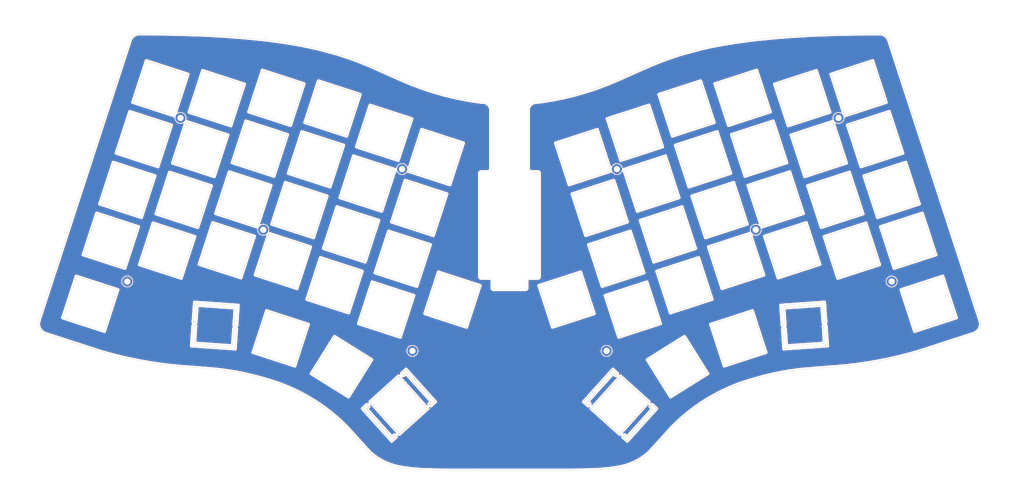
<source format=kicad_pcb>
(kicad_pcb (version 20211014) (generator pcbnew)
  (layers (0 "F.Cu" signal) (31 "B.Cu" signal) (34 "B.Paste" user) (35 "F.Paste" user) (36 "B.SilkS" user "B.Silkscreen") (37 "F.SilkS" user "F.Silkscreen") (38 "B.Mask" user) (39 "F.Mask" user) (44 "Edge.Cuts" user))
  (net 0 "")
  (net 1 "GND")
  (footprint "" (layer "F.Cu") (at 94.673566 123.775015)
    (fp_text reference "" (at 0 0) (layer "F.SilkS") (effects (font (size 1.27 1.27))))
    (fp_text value "" (at 0 0) (layer "F.SilkS") (effects (font (size 1.27 1.27))))
    (pad "" thru_hole circle locked (at 0 0 90) (size 3.2 3.2) (drill 2) (layers F&B.Cu *.Mask "Dwgs.User") (clearance 0.3))
  )
  (footprint "" (layer "F.Cu") (at 111.578153 71.748037)
    (fp_text reference "" (at 0 0) (layer "F.SilkS") (effects (font (size 1.27 1.27))))
    (fp_text value "" (at 0 0) (layer "F.SilkS") (effects (font (size 1.27 1.27))))
    (pad "" thru_hole circle locked (at 0 0 90) (size 3.2 3.2) (drill 2) (layers F&B.Cu *.Mask "Dwgs.User") (clearance 0.3))
  )
  (footprint "" (layer "F.Cu") (at 246.970277 145.85677)
    (fp_text reference "" (at 0 0) (layer "F.SilkS") (effects (font (size 1.27 1.27))))
    (fp_text value "" (at 0 0) (layer "F.SilkS") (effects (font (size 1.27 1.27))))
    (pad "" thru_hole circle locked (at 0 0 90) (size 3.2 3.2) (drill 2) (layers F&B.Cu *.Mask "Dwgs.User") (clearance 0.3))
  )
  (footprint "" (layer "F.Cu") (at 250.255544 88.010361)
    (fp_text reference "" (at 0 0) (layer "F.SilkS") (effects (font (size 1.27 1.27))))
    (fp_text value "" (at 0 0) (layer "F.SilkS") (effects (font (size 1.27 1.27))))
    (pad "" thru_hole circle locked (at 0 0 90) (size 3.2 3.2) (drill 2) (layers F&B.Cu *.Mask "Dwgs.User") (clearance 0.3))
  )
  (footprint "" (layer "F.Cu") (at 137.873092 107.318988)
    (fp_text reference "" (at 0 0) (layer "F.SilkS") (effects (font (size 1.27 1.27))))
    (fp_text value "" (at 0 0) (layer "F.SilkS") (effects (font (size 1.27 1.27))))
    (pad "" thru_hole circle locked (at 0 0 90) (size 3.2 3.2) (drill 2) (layers F&B.Cu *.Mask "Dwgs.User") (clearance 0.3))
  )
  (footprint "" (layer "F.Cu") (at 185.28494 145.856198)
    (fp_text reference "" (at 0 0) (layer "F.SilkS") (effects (font (size 1.27 1.27))))
    (fp_text value "" (at 0 0) (layer "F.SilkS") (effects (font (size 1.27 1.27))))
    (pad "" thru_hole circle locked (at 0 0 90) (size 3.2 3.2) (drill 2) (layers F&B.Cu *.Mask "Dwgs.User") (clearance 0.3))
  )
  (footprint "" (layer "F.Cu") (at 320.677064 71.748608)
    (fp_text reference "" (at 0 0) (layer "F.SilkS") (effects (font (size 1.27 1.27))))
    (fp_text value "" (at 0 0) (layer "F.SilkS") (effects (font (size 1.27 1.27))))
    (pad "" thru_hole circle locked (at 0 0 90) (size 3.2 3.2) (drill 2) (layers F&B.Cu *.Mask "Dwgs.User") (clearance 0.3))
  )
  (footprint "" (layer "F.Cu") (at 294.382124 107.319558)
    (fp_text reference "" (at 0 0) (layer "F.SilkS") (effects (font (size 1.27 1.27))))
    (fp_text value "" (at 0 0) (layer "F.SilkS") (effects (font (size 1.27 1.27))))
    (pad "" thru_hole circle locked (at 0 0 90) (size 3.2 3.2) (drill 2) (layers F&B.Cu *.Mask "Dwgs.User") (clearance 0.3))
  )
  (footprint "" (layer "F.Cu") (at 181.999669 88.009791)
    (fp_text reference "" (at 0 0) (layer "F.SilkS") (effects (font (size 1.27 1.27))))
    (fp_text value "" (at 0 0) (layer "F.SilkS") (effects (font (size 1.27 1.27))))
    (pad "" thru_hole circle locked (at 0 0 90) (size 3.2 3.2) (drill 2) (layers F&B.Cu *.Mask "Dwgs.User") (clearance 0.3))
  )
  (footprint "" (layer "F.Cu") (at 337.58165 123.775584)
    (fp_text reference "" (at 0 0) (layer "F.SilkS") (effects (font (size 1.27 1.27))))
    (fp_text value "" (at 0 0) (layer "F.SilkS") (effects (font (size 1.27 1.27))))
    (pad "" thru_hole circle locked (at 0 0 90) (size 3.2 3.2) (drill 2) (layers F&B.Cu *.Mask "Dwgs.User") (clearance 0.3))
  )
  (gr_line (start 155.380379 59.909234) (end 151.054142 73.224027) (layer "Edge.Cuts") (width 0.1))
  (gr_line (start 297.14516 109.351167) (end 301.471396 122.66596) (layer "Edge.Cuts") (width 0.1))
  (gr_line (start 299.953371 72.689008) (end 286.638583 77.015243) (layer "Edge.Cuts") (width 0.1))
  (gr_line (start 274.237519 50.559606) (end 277.00638 49.822649) (layer "Edge.Cuts") (width 0.099999))
  (gr_line (start 136.036922 106.497997) (end 140.363159 93.183204) (layer "Edge.Cuts") (width 0.1))
  (gr_line (start 185.760507 128.212196) (end 172.445719 123.885959) (layer "Edge.Cuts") (width 0.1))
  (gr_line (start 170.274957 117.622608) (end 174.601192 104.307816) (layer "Edge.Cuts") (width 0.1))
  (gr_line (start 264.135551 137.200754) (end 259.809314 123.885962) (layer "Edge.Cuts") (width 0.1))
  (gr_line (start 168.119478 137.200751) (end 181.43427 141.526989) (layer "Edge.Cuts") (width 0.1))
  (gr_line (start 133.228709 69.835839) (end 146.543502 74.162076) (layer "Edge.Cuts") (width 0.1))
  (gr_line (start 253.628975 104.864832) (end 249.302736 91.550039) (layer "Edge.Cuts") (width 0.1))
  (gr_line (start 156.960164 113.296372) (end 170.274957 117.622608) (layer "Edge.Cuts") (width 0.1))
  (gr_line (start 239.895699 63.637797) (end 242.283801 62.914808) (layer "Edge.Cuts") (width 0.099999))
  (gr_line (start 315.335868 131.390573) (end 315.719528 136.877176) (layer "Edge.Cuts") (width 0.1))
  (gr_line (start 333.749912 118.454839) (end 329.423671 105.140047) (layer "Edge.Cuts") (width 0.1))
  (gr_line (start 335.893967 66.804335) (end 331.567728 53.489543) (layer "Edge.Cuts") (width 0.1))
  (gr_line (start 109.011696 86.118917) (end 122.326487 90.445156) (layer "Edge.Cuts") (width 0.1))
  (gr_line (start 280.409823 49.062422) (end 284.574716 48.274281) (layer "Edge.Cuts") (width 0.099999))
  (gr_line (start 147.680308 48.27428) (end 151.845204 49.062421) (layer "Edge.Cuts") (width 0.099999))
  (gr_line (start 303.365099 132.227651) (end 315.335868 131.390573) (layer "Edge.Cuts") (width 0.1))
  (gr_line (start 287.381228 92.245159) (end 274.066439 96.571396) (layer "Edge.Cuts") (width 0.1))
  (gr_line (start 317.240266 144.289151) (end 316.78685 137.804983) (layer "Edge.Cuts") (width 0.1))
  (gr_line (start 126.652725 77.130363) (end 113.337936 72.804125) (layer "Edge.Cuts") (width 0.1))
  (gr_line (start 251.473497 85.286687) (end 264.788287 80.96045) (layer "Edge.Cuts") (width 0.1))
  (gr_line (start 216.127509 183.784169) (end 204.951512 183.784171) (layer "Edge.Cuts") (width 0.1))
  (gr_line (start 196.267084 95.876276) (end 182.952295 91.550038) (layer "Edge.Cuts") (width 0.1))
  (gr_line (start 265.441909 53.296748) (end 270.462655 51.58762) (layer "Edge.Cuts") (width 0.099999))
  (gr_line (start 152.935301 112.739357) (end 139.62051 108.413119) (layer "Edge.Cuts") (width 0.1))
  (gr_line (start 109.675854 71.130572) (end 114.002091 57.815778) (layer "Edge.Cuts") (width 0.1))
  (gr_line (start 305.206659 88.856968) (end 291.89187 93.183205) (layer "Edge.Cuts") (width 0.1))
  (gr_line (start 148.609064 126.054148) (end 152.935301 112.739357) (layer "Edge.Cuts") (width 0.1))
  (gr_line (start 135.294272 121.72791) (end 148.609064 126.054148) (layer "Edge.Cuts") (width 0.1))
  (gr_line (start 116.082082 143.361336) (end 116.465743 137.874733) (layer "Edge.Cuts") (width 0.1))
  (gr_line (start 314.786189 118.339723) (end 310.45995 105.024931) (layer "Edge.Cuts") (width 0.1))
  (gr_line (start 189.971223 62.914804) (end 192.359329 63.637796) (layer "Edge.Cuts") (width 0.099999))
  (gr_line (start 181.11726 172.425909) (end 190.214226 164.234976) (layer "Edge.Cuts") (width 0.15))
  (gr_line (start 235.060892 93.023107) (end 248.375684 88.696871) (layer "Edge.Cuts") (width 0.1))
  (gr_line (start 317.281872 150.992207) (end 320.457048 150.76752) (layer "Edge.Cuts") (width 0.099999))
  (gr_line (start 256.726785 101.454647) (end 270.041574 97.12841) (layer "Edge.Cuts") (width 0.1))
  (gr_arc (start 221.675514 123.307168) (mid 221.821956 122.95361) (end 222.175514 122.807168) (layer "Edge.Cuts") (width 0.05))
  (gr_arc (start 181.60011 182.780329) (mid 176.288196 181.104044) (end 171.694106 177.954331) (layer "Edge.Cuts") (width 0.1))
  (gr_line (start 114.002091 57.815778) (end 100.687302 53.48954) (layer "Edge.Cuts") (width 0.1))
  (gr_line (start 334.932865 45.270215) (end 335.339269 45.473408) (layer "Edge.Cuts") (width 0.099999))
  (gr_line (start 317.281872 150.992207) (end 309.535045 151.629521) (layer "Edge.Cuts") (width 0.099999))
  (gr_line (start 193.506731 120.71392) (end 189.180494 134.028712) (layer "Edge.Cuts") (width 0.1))
  (gr_line (start 139.62051 108.413119) (end 135.294272 121.72791) (layer "Edge.Cuts") (width 0.1))
  (gr_line (start 73.732215 114.49507) (end 95.696547 46.89581) (layer "Edge.Cuts") (width 0.1))
  (gr_line (start 261.980072 117.622611) (end 275.294865 113.296372) (layer "Edge.Cuts") (width 0.1))
  (gr_line (start 127.975421 86.003798) (end 141.290211 90.330035) (layer "Edge.Cuts") (width 0.1))
  (gr_line (start 322.579177 71.130571) (end 335.893967 66.804335) (layer "Edge.Cuts") (width 0.1))
  (gr_line (start 263.559864 64.235472) (end 267.886099 77.550265) (layer "Edge.Cuts") (width 0.1))
  (gr_line (start 243.074537 134.028712) (end 238.748299 120.713921) (layer "Edge.Cuts") (width 0.1))
  (gr_line (start 97.728563 45.117813) (end 98.33815 45.016206) (layer "Edge.Cuts") (width 0.099999))
  (gr_line (start 299.026321 69.83584) (end 294.700081 56.521049) (layer "Edge.Cuts") (width 0.1))
  (gr_line (start 260.462047 67.645657) (end 247.14726 71.971894) (layer "Edge.Cuts") (width 0.1))
  (gr_line (start 161.286404 99.981579) (end 156.960164 113.296372) (layer "Edge.Cuts") (width 0.1))
  (gr_line (start 300.349016 60.962402) (end 304.675253 74.277195) (layer "Edge.Cuts") (width 0.1))
  (gr_line (start 114.113064 45.264232) (end 119.95112 45.4783) (layer "Edge.Cuts") (width 0.099999))
  (gr_line (start 115.014764 144.289145) (end 128.980658 145.265734) (layer "Edge.Cuts") (width 0.1))
  (gr_line (start 119.95112 45.4783) (end 125.911452 45.823937) (layer "Edge.Cuts") (width 0.099999))
  (gr_line (start 175.528245 101.454646) (end 179.854484 88.139854) (layer "Edge.Cuts") (width 0.1))
  (gr_line (start 279.31973 112.739358) (end 283.645968 126.054149) (layer "Edge.Cuts") (width 0.1))
  (gr_arc (start 211.079514 126.363168) (mid 210.725983 126.216699) (end 210.579514 125.863168) (layer "Edge.Cuts") (width 0.05))
  (gr_line (start 80.6012 115.308217) (end 93.91599 119.634454) (layer "Edge.Cuts") (width 0.1))
  (gr_line (start 335.948856 45.981415) (end 336.202887 46.28621) (layer "Edge.Cuts") (width 0.099999))
  (gr_line (start 221.175514 126.363168) (end 211.079514 126.363168) (layer "Edge.Cuts") (width 0.05))
  (gr_line (start 184.955133 61.07876) (end 187.211687 61.924016) (layer "Edge.Cuts") (width 0.099999))
  (gr_line (start 262.907124 120.475778) (end 267.233362 133.790571) (layer "Edge.Cuts") (width 0.1))
  (gr_line (start 225.43351 125.040158) (end 229.759748 138.354951) (layer "Edge.Cuts") (width 0.1))
  (gr_line (start 171.749434 162.021883) (end 181.11726 172.425909) (layer "Edge.Cuts") (width 0.15))
  (gr_line (start 270.968625 99.981581) (end 257.653836 104.307818) (layer "Edge.Cuts") (width 0.1))
  (gr_line (start 178.692753 174.608947) (end 180.179043 173.270686) (layer "Edge.Cuts") (width 0.15))
  (gr_line (start 278.392675 109.886187) (end 291.707468 105.55995) (layer "Edge.Cuts") (width 0.1))
  (gr_line (start 104.422564 87.29853) (end 108.748801 73.983738) (layer "Edge.Cuts") (width 0.1))
  (gr_line (start 166.813116 53.296746) (end 168.942742 54.137348) (layer "Edge.Cuts") (width 0.099999))
  (gr_line (start 206.821521 125.040158) (end 193.506731 120.71392) (layer "Edge.Cuts") (width 0.1))
  (gr_line (start 241.031301 161.980377) (end 249.060867 153.062638) (layer "Edge.Cuts") (width 0.15))
  (gr_line (start 318.25294 57.81578) (end 322.579177 71.130571) (layer "Edge.Cuts") (width 0.1))
  (gr_line (start 287.606714 47.781845) (end 291.273296 47.266146) (layer "Edge.Cuts") (width 0.099999))
  (gr_line (start 91.107773 82.972293) (end 104.422564 87.29853) (layer "Edge.Cuts") (width 0.1))
  (gr_line (start 306.343574 45.82394) (end 312.303905 45.478301) (layer "Edge.Cuts") (width 0.099999))
  (gr_line (start 315.719528 136.877176) (end 316.717093 136.807419) (layer "Edge.Cuts") (width 0.1))
  (gr_line (start 190.214226 164.234976) (end 180.865435 153.813799) (layer "Edge.Cuts") (width 0.15))
  (gr_line (start 273.139389 93.718226) (end 286.454181 89.391989) (layer "Edge.Cuts") (width 0.1))
  (gr_line (start 276.874651 59.909235) (end 263.559864 64.235472) (layer "Edge.Cuts") (width 0.1))
  (gr_line (start 167.466745 80.960449) (end 180.781535 85.286685) (layer "Edge.Cuts") (width 0.1))
  (gr_line (start 96.361063 66.804333) (end 109.675854 71.130572) (layer "Edge.Cuts") (width 0.1))
  (gr_line (start 327.832465 87.298531) (end 341.147257 82.972294) (layer "Edge.Cuts") (width 0.1))
  (gr_line (start 125.911452 45.823937) (end 131.994063 46.301151) (layer "Edge.Cuts") (width 0.099999))
  (gr_line (start 179.509913 172.527541) (end 178.766768 173.196671) (layer "Edge.Cuts") (width 0.15))
  (gr_line (start 296.218107 106.497998) (end 309.532898 102.171761) (layer "Edge.Cuts") (width 0.1))
  (gr_line (start 116.146147 109.466283) (end 102.831357 105.140046) (layer "Edge.Cuts") (width 0.1))
  (gr_line (start 171.480344 163.609802) (end 170.811215 162.866658) (layer "Edge.Cuts") (width 0.15))
  (gr_line (start 336.406041 46.59101) (end 336.558478 46.89581) (layer "Edge.Cuts") (width 0.099999))
  (gr_line (start 316.172948 143.361342) (end 304.202179 144.198419) (layer "Edge.Cuts") (width 0.1))
  (gr_line (start 115.537937 136.807413) (end 116.535502 136.87717) (layer "Edge.Cuts") (width 0.1))
  (gr_line (start 98.242228 106.319661) (end 84.927439 101.993424) (layer "Edge.Cuts") (width 0.1))
  (gr_line (start 118.591225 56.636165) (end 114.264985 69.950956) (layer "Edge.Cuts") (width 0.1))
  (gr_line (start 324.170383 88.972086) (end 310.855596 93.298324) (layer "Edge.Cuts") (width 0.1))
  (gr_line (start 249.804013 153.731768) (end 250.473144 152.988623) (layer "Edge.Cuts") (width 0.15))
  (gr_line (start 105.985878 45.093302) (end 114.113064 45.264232) (layer "Edge.Cuts") (width 0.099999))
  (gr_line (start 151.706877 129.464332) (end 165.021669 133.79057) (layer "Edge.Cuts") (width 0.1))
  (gr_line (start 251.389597 153.813802) (end 242.040806 164.234979) (layer "Edge.Cuts") (width 0.15))
  (gr_line (start 117.0732 106.613114) (end 121.399436 93.298322) (layer "Edge.Cuts") (width 0.1))
  (gr_line (start 163.441878 80.403432) (end 150.127089 76.077195) (layer "Edge.Cuts") (width 0.1))
  (gr_line (start 137.554948 56.521047) (end 133.228709 69.835839) (layer "Edge.Cuts") (width 0.1))
  (gr_line (start 258.681588 56.086343) (end 261.182662 54.977952) (layer "Edge.Cuts") (width 0.099999))
  (gr_line (start 185.107771 71.971893) (end 171.792983 67.645656) (layer "Edge.Cuts") (width 0.1))
  (gr_line (start 250.473144 152.988623) (end 248.986854 151.650362) (layer "Edge.Cuts") (width 0.15))
  (gr_line (start 191.940848 109.191068) (end 196.267084 95.876276) (layer "Edge.Cuts") (width 0.1))
  (gr_line (start 202.311135 66.036081) (end 206.226872 66.688007) (layer "Edge.Cuts") (width 0.099999))
  (gr_line (start 259.877266 148.644304) (end 267.296134 160.516976) (layer "Edge.Cuts") (width 0.1))
  (gr_line (start 168.695168 64.23547) (end 155.380379 59.909234) (layer "Edge.Cuts") (width 0.1))
  (gr_line (start 253.562279 174.60895) (end 262.930107 164.204923) (layer "Edge.Cuts") (width 0.15))
  (gr_line (start 210.579514 125.863168) (end 210.579514 123.307168) (layer "Edge.Cuts") (width 0.05))
  (gr_line (start 259.809314 123.885962) (end 246.494524 128.212198) (layer "Edge.Cuts") (width 0.1))
  (gr_line (start 189.180494 134.028712) (end 202.495284 138.354949) (layer "Edge.Cuts") (width 0.1))
  (gr_line (start 323.243336 86.118919) (end 318.917097 72.804126) (layer "Edge.Cuts") (width 0.1))
  (gr_line (start 144.648313 47.781844) (end 147.680308 48.27428) (layer "Edge.Cuts") (width 0.099999))
  (gr_line (start 131.994063 46.301151) (end 138.198913 46.90993) (layer "Edge.Cuts") (width 0.099999))
  (gr_line (start 315.181832 106.613115) (end 328.496623 102.286878) (layer "Edge.Cuts") (width 0.1))
  (gr_line (start 210.127514 69.303168) (end 210.127514 87.803168) (layer "Edge.Cuts") (width 0.05))
  (gr_line (start 279.168808 153.098108) (end 271.749939 141.225432) (layer "Edge.Cuts") (width 0.1))
  (gr_line (start 286.454181 89.391989) (end 282.127942 76.077197) (layer "Edge.Cuts") (width 0.1))
  (gr_line (start 87.399071 139.683906) (end 91.72531 126.369115) (layer "Edge.Cuts") (width 0.1))
  (gr_line (start 265.715335 83.813618) (end 252.400546 88.139854) (layer "Edge.Cuts") (width 0.1))
  (gr_line (start 183.879346 88.69687) (end 197.194137 93.023106) (layer "Edge.Cuts") (width 0.1))
  (gr_line (start 268.813151 80.403433) (end 273.139389 93.718226) (layer "Edge.Cuts") (width 0.1))
  (gr_arc (start 225.627514 122.307168) (mid 225.481083 122.660737) (end 225.127514 122.807168) (layer "Edge.Cuts") (width 0.05))
  (gr_line (start 183.194165 153.062634) (end 191.223732 161.980373) (layer "Edge.Cuts") (width 0.15))
  (gr_line (start 245.567471 125.359029) (end 258.882264 121.032791) (layer "Edge.Cuts") (width 0.1))
  (gr_line (start 166.539695 83.813619) (end 162.213455 97.128409) (layer "Edge.Cuts") (width 0.1))
  (gr_line (start 304.202179 144.198419) (end 303.818519 138.711817) (layer "Edge.Cuts") (width 0.1))
  (gr_line (start 150.127089 76.077195) (end 145.800849 89.391988) (layer "Edge.Cuts") (width 0.1))
  (gr_line (start 281.385293 60.847285) (end 285.711529 74.162077) (layer "Edge.Cuts") (width 0.1))
  (gr_line (start 179.854484 88.139854) (end 166.539695 83.813619) (layer "Edge.Cuts") (width 0.1))
  (gr_line (start 317.990045 69.950958) (end 313.663807 56.636166) (layer "Edge.Cuts") (width 0.1))
  (gr_line (start 128.980658 145.265734) (end 129.434076 138.781567) (layer "Edge.Cuts") (width 0.1))
  (gr_line (start 186.687559 125.359027) (end 191.013796 112.044235) (layer "Edge.Cuts") (width 0.1))
  (gr_line (start 197.194137 93.023106) (end 201.520374 79.708313) (layer "Edge.Cuts") (width 0.1))
  (gr_line (start 101.031518 45.038724) (end 105.985878 45.093302) (layer "Edge.Cuts") (width 0.099999))
  (gr_line (start 151.845204 49.062421) (end 155.248647 49.822651) (layer "Edge.Cuts") (width 0.099999))
  (gr_line (start 270.041574 97.12841) (end 265.715335 83.813618) (layer "Edge.Cuts") (width 0.1))
  (gr_line (start 328.759516 90.151701) (end 333.085754 103.466494) (layer "Edge.Cuts") (width 0.1))
  (gr_line (start 113.337936 72.804125) (end 109.011696 86.118917) (layer "Edge.Cuts") (width 0.1))
  (gr_arc (start 225.127514 88.803168) (mid 225.48109 88.949592) (end 225.627514 89.303168) (layer "Edge.Cuts") (width 0.05))
  (gr_line (start 310.45995 105.024931) (end 297.14516 109.351167) (layer "Edge.Cuts") (width 0.1))
  (gr_line (start 310.855596 93.298324) (end 315.181832 106.613115) (layer "Edge.Cuts") (width 0.1))
  (gr_line (start 180.781535 85.286685) (end 185.107771 71.971893) (layer "Edge.Cuts") (width 0.1))
  (gr_line (start 335.339269 45.473408) (end 335.694892 45.72741) (layer "Edge.Cuts") (width 0.099999))
  (gr_line (start 122.326487 90.445156) (end 126.652725 77.130363) (layer "Edge.Cuts") (width 0.1))
  (gr_line (start 267.233362 133.790571) (end 280.548154 129.464335) (layer "Edge.Cuts") (width 0.1))
  (gr_line (start 181.43427 141.526989) (end 185.760507 128.212196) (layer "Edge.Cuts") (width 0.1))
  (gr_line (start 346.400542 99.140258) (end 342.074304 85.825466) (layer "Edge.Cuts") (width 0.1))
  (gr_line (start 222.127514 87.803168) (end 222.127514 69.303168) (layer "Edge.Cuts") (width 0.05))
  (gr_line (start 177.32503 57.748934) (end 181.325796 59.547742) (layer "Edge.Cuts") (width 0.099999))
  (gr_line (start 316.78685 137.804983) (end 315.789287 137.874739) (layer "Edge.Cuts") (width 0.1))
  (gr_arc (start 345.920459 146.008615) (mid 333.30783 149.02521) (end 320.457048 150.76752) (layer "Edge.Cuts") (width 0.1))
  (gr_line (start 341.147257 82.972294) (end 336.821019 69.657501) (layer "Edge.Cuts") (width 0.1))
  (gr_line (start 138.198913 46.90993) (end 140.981732 47.266144) (layer "Edge.Cuts") (width 0.099999))
  (gr_line (start 245.04334 61.924016) (end 247.299895 61.078761) (layer "Edge.Cuts") (width 0.099999))
  (gr_line (start 236.877663 64.510975) (end 239.895699 63.637797) (layer "Edge.Cuts") (width 0.099999))
  (gr_line (start 260.505599 162.021886) (end 251.389597 153.813802) (layer "Edge.Cuts") (width 0.15))
  (gr_line (start 183.268176 151.650359) (end 181.781888 152.98862) (layer "Edge.Cuts") (width 0.15))
  (gr_arc (start 223.127514 88.803168) (mid 222.420429 88.510253) (end 222.127514 87.803168) (layer "Edge.Cuts") (width 0.05))
  (gr_line (start 169.324924 164.20492) (end 178.692753 174.608947) (layer "Edge.Cuts") (width 0.15))
  (gr_line (start 181.781888 152.98862) (end 182.45102 153.731766) (layer "Edge.Cuts") (width 0.15))
  (gr_line (start 115.46818 137.804977) (end 115.014764 144.289145) (layer "Edge.Cuts") (width 0.1))
  (gr_line (start 146.543502 74.162076) (end 150.869737 60.847284) (layer "Edge.Cuts") (width 0.1))
  (gr_line (start 267.296134 160.516976) (end 279.168808 153.098108) (layer "Edge.Cuts") (width 0.1))
  (gr_line (start 141.290211 90.330035) (end 145.616449 77.015243) (layer "Edge.Cuts") (width 0.1))
  (gr_line (start 280.024562 137.374689) (end 284.3508 150.689482) (layer "Edge.Cuts") (width 0.1))
  (gr_line (start 284.574716 48.274281) (end 287.606714 47.781845) (layer "Edge.Cuts") (width 0.099999))
  (gr_line (start 178.766768 173.196671) (end 170.7372 164.278934) (layer "Edge.Cuts") (width 0.15))
  (gr_line (start 226.028155 66.68801) (end 229.94389 66.03608) (layer "Edge.Cuts") (width 0.099999))
  (gr_line (start 225.627514 89.303168) (end 225.627514 122.307168) (layer "Edge.Cuts") (width 0.05))
  (gr_line (start 85.854487 99.140257) (end 99.169276 103.466494) (layer "Edge.Cuts") (width 0.1))
  (gr_line (start 302.751198 137.78401) (end 303.74876 137.714253) (layer "Edge.Cuts") (width 0.1))
  (gr_line (start 239.619025 162.054389) (end 241.105315 163.392651) (layer "Edge.Cuts") (width 0.15))
  (gr_line (start 164.368931 77.550264) (end 168.695168 64.23547) (layer "Edge.Cuts") (width 0.1))
  (gr_line (start 229.759748 138.354951) (end 243.074537 134.028712) (layer "Edge.Cuts") (width 0.1))
  (gr_line (start 116.919162 131.390567) (end 128.889931 132.227645) (layer "Edge.Cuts") (width 0.1))
  (gr_line (start 187.211687 61.924016) (end 189.971223 62.914804) (layer "Edge.Cuts") (width 0.099999))
  (gr_line (start 172.377766 148.644306) (end 160.505091 141.225432) (layer "Edge.Cuts") (width 0.1))
  (gr_line (start 140.981732 47.266144) (end 144.648313 47.781844) (layer "Edge.Cuts") (width 0.099999))
  (gr_line (start 261.517832 164.278936) (end 253.488265 173.196674) (layer "Edge.Cuts") (width 0.15))
  (gr_line (start 145.800849 89.391988) (end 159.115641 93.718224) (layer "Edge.Cuts") (width 0.1))
  (gr_line (start 280.548154 129.464335) (end 276.221914 116.149541) (layer "Edge.Cuts") (width 0.1))
  (gr_line (start 191.223732 161.980373) (end 190.480585 162.649503) (layer "Edge.Cuts") (width 0.15))
  (gr_line (start 277.00638 49.822649) (end 280.409823 49.062422) (layer "Edge.Cuts") (width 0.099999))
  (gr_line (start 293.339351 133.048452) (end 280.024562 137.374689) (layer "Edge.Cuts") (width 0.1))
  (gr_line (start 95.848985 46.591009) (end 96.052138 46.28621) (layer "Edge.Cuts") (width 0.099999))
  (gr_line (start 227.303516 183.784169) (end 216.127514 183.784168) (layer "Edge.Cuts") (width 0.1))
  (gr_line (start 333.085754 103.466494) (end 346.400542 99.140258) (layer "Edge.Cuts") (width 0.1))
  (gr_line (start 202.495284 138.354949) (end 206.821521 125.040158) (layer "Edge.Cuts") (width 0.1))
  (gr_line (start 103.495514 90.151701) (end 90.180726 85.825465) (layer "Edge.Cuts") (width 0.1))
  (gr_line (start 282.127942 76.077197) (end 268.813151 80.403433) (layer "Edge.Cuts") (width 0.1))
  (gr_line (start 162.213455 97.128409) (end 175.528245 101.454646) (layer "Edge.Cuts") (width 0.1))
  (gr_line (start 181.325796 59.547742) (end 184.955133 61.07876) (layer "Edge.Cuts") (width 0.099999))
  (gr_line (start 130.783634 122.665957) (end 135.10987 109.351165) (layer "Edge.Cuts") (width 0.1))
  (gr_arc (start 122.719982 151.629523) (mid 130.73405 152.833329) (end 138.594552 154.804862) (layer "Edge.Cuts") (width 0.1))
  (gr_line (start 96.560137 45.727411) (end 96.915758 45.473409) (layer "Edge.Cuts") (width 0.099999))
  (gr_line (start 96.915758 45.473409) (end 97.322162 45.270215) (layer "Edge.Cuts") (width 0.099999))
  (gr_line (start 284.3508 150.689482) (end 297.665591 146.363244) (layer "Edge.Cuts") (width 0.1))
  (gr_line (start 174.601192 104.307816) (end 161.286404 99.981579) (layer "Edge.Cuts") (width 0.1))
  (gr_line (start 132.301658 72.689006) (end 127.975421 86.003798) (layer "Edge.Cuts") (width 0.1))
  (gr_line (start 196.061511 183.784169) (end 187.933511 183.530171) (layer "Edge.Cuts") (width 0.1))
  (gr_arc (start 222.127514 69.303168) (mid 222.859763 67.535417) (end 224.627514 66.803168) (layer "Edge.Cuts") (width 0.05))
  (gr_line (start 165.021669 133.79057) (end 169.347905 120.475777) (layer "Edge.Cuts") (width 0.1))
  (gr_line (start 244.049445 75.382079) (end 230.734656 79.708314) (layer "Edge.Cuts") (width 0.1))
  (gr_line (start 178.626057 104.864829) (end 191.940848 109.191068) (layer "Edge.Cuts") (width 0.1))
  (gr_line (start 199.156879 65.412077) (end 202.311135 66.036081) (layer "Edge.Cuts") (width 0.099999))
  (gr_line (start 161.792372 51.587621) (end 166.813116 53.296746) (layer "Edge.Cuts") (width 0.099999))
  (gr_line (start 260.774687 163.609805) (end 261.517832 164.278936) (layer "Edge.Cuts") (width 0.15))
  (gr_line (start 78.410518 122.042877) (end 74.084279 135.357668) (layer "Edge.Cuts") (width 0.1))
  (gr_line (start 164.958895 160.516976) (end 172.377766 148.644306) (layer "Edge.Cuts") (width 0.1))
  (gr_line (start 129.957249 131.299837) (end 115.991355 130.323246) (layer "Edge.Cuts") (width 0.1))
  (gr_line (start 206.226872 66.688007) (end 207.627514 66.803168) (layer "Edge.Cuts") (width 0.099999))
  (gr_line (start 303.74876 137.714253) (end 303.365099 132.227651) (layer "Edge.Cuts") (width 0.1))
  (gr_line (start 108.748801 73.983738) (end 95.434013 69.657501) (layer "Edge.Cuts") (width 0.1))
  (gr_line (start 172.445719 123.885959) (end 168.119478 137.200751) (layer "Edge.Cuts") (width 0.1))
  (gr_line (start 248.986854 151.650362) (end 239.619025 162.054389) (layer "Edge.Cuts") (width 0.15))
  (gr_line (start 292.63452 108.413121) (end 279.31973 112.739358) (layer "Edge.Cuts") (width 0.1))
  (gr_line (start 252.745119 172.527544) (end 252.075988 173.270689) (layer "Edge.Cuts") (width 0.15))
  (gr_line (start 254.556023 107.717999) (end 241.241235 112.044236) (layer "Edge.Cuts") (width 0.1))
  (gr_line (start 128.889931 132.227645) (end 128.50627 137.714247) (layer "Edge.Cuts") (width 0.1))
  (gr_line (start 129.434076 138.781567) (end 128.436511 138.711811) (layer "Edge.Cuts") (width 0.1))
  (gr_line (start 111.797979 150.767524) (end 114.973155 150.992208) (layer "Edge.Cuts") (width 0.099999))
  (gr_line (start 223.127514 88.803168) (end 225.127514 88.803168) (layer "Edge.Cuts") (width 0.05))
  (gr_line (start 247.14726 71.971894) (end 251.473497 85.286687) (layer "Edge.Cuts") (width 0.1))
  (gr_line (start 169.347905 120.475777) (end 156.033117 116.14954) (layer "Edge.Cuts") (width 0.1))
  (gr_line (start 153.862353 109.886187) (end 158.188591 96.571395) (layer "Edge.Cuts") (width 0.1))
  (gr_arc (start 293.660474 154.804861) (mid 301.520976 152.833326) (end 309.535045 151.629521) (layer "Edge.Cuts") (width 0.1))
  (gr_line (start 173.372769 121.03279) (end 186.687559 125.359027) (layer "Edge.Cuts") (width 0.1))
  (gr_line (start 74.084279 135.357668) (end 87.399071 139.683906) (layer "Edge.Cuts") (width 0.1))
  (gr_line (start 244.321517 183.530167) (end 236.193515 183.784165) (layer "Edge.Cuts") (width 0.1))
  (gr_line (start 294.056114 46.909929) (end 300.260966 46.30115) (layer "Edge.Cuts") (width 0.099999))
  (gr_line (start 342.074304 85.825466) (end 328.759516 90.151701) (layer "Edge.Cuts") (width 0.1))
  (gr_line (start 347.327594 101.993426) (end 334.012804 106.319663) (layer "Edge.Cuts") (width 0.1))
  (gr_line (start 96.306169 45.981414) (end 96.560137 45.727411) (layer "Edge.Cuts") (width 0.099999))
  (gr_line (start 238.748299 120.713921) (end 225.43351 125.040158) (layer "Edge.Cuts") (width 0.1))
  (gr_line (start 264.788287 80.96045) (end 260.462047 67.645657) (layer "Edge.Cuts") (width 0.1))
  (gr_line (start 281.20089 73.224026) (end 276.874651 59.909235) (layer "Edge.Cuts") (width 0.1))
  (gr_line (start 128.436511 138.711811) (end 128.052851 144.198413) (layer "Edge.Cuts") (width 0.1))
  (gr_line (start 312.303905 45.478301) (end 318.141961 45.264228) (layer "Edge.Cuts") (width 0.099999))
  (gr_line (start 195.377364 64.510974) (end 199.156879 65.412077) (layer "Edge.Cuts") (width 0.099999))
  (gr_line (start 246.494524 128.212198) (end 250.820761 141.52699) (layer "Edge.Cuts") (width 0.1))
  (gr_line (start 171.694106 177.954331) (end 164.630186 170.169195) (layer "Edge.Cuts") (width 0.1))
  (gr_line (start 275.294865 113.296372) (end 270.968625 99.981581) (layer "Edge.Cuts") (width 0.1))
  (gr_arc (start 267.624844 170.169196) (mid 279.621419 160.756484) (end 293.660474 154.804861) (layer "Edge.Cuts") (width 0.1))
  (gr_arc (start 210.127514 87.803168) (mid 209.834637 88.510291) (end 209.127514 88.803168) (layer "Edge.Cuts") (width 0.05))
  (gr_line (start 121.399436 93.298322) (end 108.084646 88.972085) (layer "Edge.Cuts") (width 0.1))
  (gr_line (start 309.532898 102.171761) (end 305.206659 88.856968) (layer "Edge.Cuts") (width 0.1))
  (gr_line (start 229.94389 66.03608) (end 233.098149 65.412078) (layer "Edge.Cuts") (width 0.099999))
  (gr_line (start 345.920459 146.008615) (end 363.534597 140.285434) (layer "Edge.Cuts") (width 0.1))
  (gr_line (start 302.297781 131.299843) (end 302.751198 137.78401) (layer "Edge.Cuts") (width 0.1))
  (gr_line (start 151.054142 73.224027) (end 164.368931 77.550264) (layer "Edge.Cuts") (width 0.1))
  (gr_line (start 313.663807 56.636166) (end 300.349016 60.962402) (layer "Edge.Cuts") (width 0.1))
  (gr_line (start 326.26915 45.093304) (end 331.223509 45.038724) (layer "Edge.Cuts") (width 0.099999))
  (gr_line (start 155.248647 49.822651) (end 158.01751 50.559604) (layer "Edge.Cuts") (width 0.099999))
  (gr_line (start 96.052138 46.28621) (end 96.306169 45.981414) (layer "Edge.Cuts") (width 0.099999))
  (gr_arc (start 187.93351 183.530171) (mid 184.754644 183.258011) (end 181.60011 182.780329) (layer "Edge.Cuts") (width 0.1))
  (gr_line (start 252.400546 88.139854) (end 256.726785 101.454647) (layer "Edge.Cuts") (width 0.1))
  (gr_line (start 201.520374 79.708313) (end 188.205586 75.382077) (layer "Edge.Cuts") (width 0.1))
  (gr_line (start 168.942742 54.137348) (end 171.072362 54.977951) (layer "Edge.Cuts") (width 0.099999))
  (gr_arc (start 68.720428 140.285434) (mid 66.847246 138.724996) (end 66.648947 136.295121) (layer "Edge.Cuts") (width 0.1))
  (gr_line (start 153.086222 153.098109) (end 164.958895 160.516976) (layer "Edge.Cuts") (width 0.1))
  (gr_line (start 263.312286 54.137349) (end 265.441909 53.296748) (layer "Edge.Cuts") (width 0.099999))
  (gr_line (start 230.734656 79.708314) (end 235.060892 93.023107) (layer "Edge.Cuts") (width 0.1))
  (gr_line (start 247.299895 61.078761) (end 250.92923 59.547742) (layer "Edge.Cuts") (width 0.099999))
  (gr_line (start 156.033117 116.14954) (end 151.706877 129.464332) (layer "Edge.Cuts") (width 0.1))
  (gr_line (start 95.434013 69.657501) (end 91.107773 82.972293) (layer "Edge.Cuts") (width 0.1))
  (gr_line (start 93.91599 119.634454) (end 98.242228 106.319661) (layer "Edge.Cuts") (width 0.1))
  (gr_line (start 283.645968 126.054149) (end 296.960759 121.727912) (layer "Edge.Cuts") (width 0.1))
  (gr_line (start 336.558478 46.89581) (end 358.52281 114.495071) (layer "Edge.Cuts") (width 0.1))
  (gr_line (start 171.792983 67.645656) (end 167.466745 80.960449) (layer "Edge.Cuts") (width 0.1))
  (gr_line (start 121.795081 105.024929) (end 117.468844 118.339721) (layer "Edge.Cuts") (width 0.1))
  (gr_line (start 250.92923 59.547742) (end 254.929997 57.748933) (layer "Edge.Cuts") (width 0.099999))
  (gr_line (start 338.339041 119.634456) (end 351.653831 115.308218) (layer "Edge.Cuts") (width 0.1))
  (gr_line (start 192.359329 63.637796) (end 195.377364 64.510974) (layer "Edge.Cuts") (width 0.099999))
  (gr_line (start 170.811215 162.866658) (end 169.324924 164.20492) (layer "Edge.Cuts") (width 0.15))
  (gr_line (start 147.904229 150.689481) (end 152.230466 137.374689) (layer "Edge.Cuts") (width 0.1))
  (gr_line (start 158.01751 50.559604) (end 161.792372 51.587621) (layer "Edge.Cuts") (width 0.099999))
  (gr_arc (start 365.606076 136.295121) (mid 365.407699 138.724967) (end 363.534597 140.285434) (layer "Edge.Cuts") (width 0.1))
  (gr_line (start 316.108883 109.466284) (end 320.435122 122.781078) (layer "Edge.Cuts") (width 0.1))
  (gr_arc (start 250.654918 182.780329) (mid 247.500384 183.258007) (end 244.321517 183.530167) (layer "Edge.Cuts") (width 0.1))
  (gr_line (start 173.573438 56.086343) (end 177.32503 57.748934) (layer "Edge.Cuts") (width 0.099999))
  (gr_line (start 267.886099 77.550265) (end 281.20089 73.224026) (layer "Edge.Cuts") (width 0.1))
  (gr_line (start 150.869737 60.847284) (end 137.554948 56.521047) (layer "Edge.Cuts") (width 0.1))
  (gr_line (start 127.579777 74.277194) (end 131.906013 60.962401) (layer "Edge.Cuts") (width 0.1))
  (gr_line (start 328.496623 102.286878) (end 324.170383 88.972086) (layer "Edge.Cuts") (width 0.1))
  (gr_line (start 128.50627 137.714247) (end 129.503832 137.784004) (layer "Edge.Cuts") (width 0.1))
  (gr_line (start 180.179043 173.270686) (end 179.509913 172.527541) (layer "Edge.Cuts") (width 0.15))
  (gr_line (start 152.230466 137.374689) (end 138.915678 133.048452) (layer "Edge.Cuts") (width 0.1))
  (gr_line (start 262.930107 164.204923) (end 261.443817 162.866661) (layer "Edge.Cuts") (width 0.15))
  (gr_line (start 129.503832 137.784004) (end 129.957249 131.299837) (layer "Edge.Cuts") (width 0.1))
  (gr_line (start 249.302736 91.550039) (end 235.987947 95.876277) (layer "Edge.Cuts") (width 0.1))
  (gr_line (start 114.264985 69.950956) (end 127.579777 74.277194) (layer "Edge.Cuts") (width 0.1))
  (gr_line (start 111.819908 122.781075) (end 116.146147 109.466283) (layer "Edge.Cuts") (width 0.1))
  (gr_line (start 344.855959 139.683907) (end 358.170749 135.35767) (layer "Edge.Cuts") (width 0.1))
  (gr_line (start 91.72531 126.369115) (end 78.410518 122.042877) (layer "Edge.Cuts") (width 0.1))
  (gr_arc (start 111.797979 150.767524) (mid 98.947194 149.02522) (end 86.334565 146.008615) (layer "Edge.Cuts") (width 0.1))
  (gr_line (start 127.048369 88.856966) (end 122.722131 102.17176) (layer "Edge.Cuts") (width 0.1))
  (gr_arc (start 221.675514 125.863168) (mid 221.529083 126.216737) (end 221.175514 126.363168) (layer "Edge.Cuts") (width 0.05))
  (gr_line (start 270.462655 51.58762) (end 274.237519 50.559606) (layer "Edge.Cuts") (width 0.099999))
  (gr_line (start 221.675514 123.307168) (end 221.675514 125.863168) (layer "Edge.Cuts") (width 0.05))
  (gr_line (start 276.221914 116.149541) (end 262.907124 120.475778) (layer "Edge.Cuts") (width 0.1))
  (gr_line (start 182.952295 91.550038) (end 178.626057 104.864829) (layer "Edge.Cuts") (width 0.1))
  (gr_line (start 100.687302 53.48954) (end 96.361063 66.804333) (layer "Edge.Cuts") (width 0.1))
  (gr_line (start 294.700081 56.521049) (end 281.385293 60.847285) (layer "Edge.Cuts") (width 0.1))
  (gr_line (start 140.547562 105.559947) (end 153.862353 109.886187) (layer "Edge.Cuts") (width 0.1))
  (gr_line (start 358.52281 114.495071) (end 365.606076 136.295121) (layer "Edge.Cuts") (width 0.1))
  (gr_line (start 95.696547 46.89581) (end 95.848985 46.591009) (layer "Edge.Cuts") (width 0.099999))
  (gr_line (start 290.964821 90.330036) (end 304.279611 86.003798) (layer "Edge.Cuts") (width 0.1))
  (gr_line (start 236.193515 183.784165) (end 227.303516 183.784169) (layer "Edge.Cuts") (width 0.1))
  (gr_line (start 242.283801 62.914808) (end 245.04334 61.924016) (layer "Edge.Cuts") (width 0.099999))
  (gr_line (start 206.627514 122.307168) (end 206.627514 89.303168) (layer "Edge.Cuts") (width 0.05))
  (gr_line (start 305.602305 77.130364) (end 309.928543 90.445155) (layer "Edge.Cuts") (width 0.1))
  (gr_arc (start 210.079514 122.807168) (mid 210.43304 122.953642) (end 210.579514 123.307168) (layer "Edge.Cuts") (width 0.05))
  (gr_line (start 331.223509 45.038724) (end 333.916877 45.016206) (layer "Edge.Cuts") (width 0.099999))
  (gr_line (start 285.711529 74.162077) (end 299.026321 69.83584) (layer "Edge.Cuts") (width 0.1))
  (gr_line (start 103.758408 102.286877) (end 117.0732 106.613114) (layer "Edge.Cuts") (width 0.1))
  (gr_line (start 97.322162 45.270215) (end 97.728563 45.117813) (layer "Edge.Cuts") (width 0.099999))
  (gr_line (start 296.960759 121.727912) (end 292.63452 108.413121) (layer "Edge.Cuts") (width 0.1))
  (gr_line (start 274.066439 96.571396) (end 278.392675 109.886187) (layer "Edge.Cuts") (width 0.1))
  (gr_line (start 351.653831 115.308218) (end 347.327594 101.993426) (layer "Edge.Cuts") (width 0.1))
  (gr_line (start 204.951512 183.784171) (end 196.061511 183.784169) (layer "Edge.Cuts") (width 0.1))
  (gr_line (start 334.526465 45.117811) (end 334.932865 45.270215) (layer "Edge.Cuts") (width 0.099999))
  (gr_line (start 252.075988 173.270689) (end 253.562279 174.60895) (layer "Edge.Cuts") (width 0.15))
  (gr_line (start 241.105315 163.392651) (end 241.774445 162.649507) (layer "Edge.Cuts") (width 0.15))
  (gr_arc (start 260.560917 177.954328) (mid 255.966837 181.104059) (end 250.654918 182.780329) (layer "Edge.Cuts") (width 0.1))
  (gr_line (start 122.722131 102.17176) (end 136.036922 106.497997) (layer "Edge.Cuts") (width 0.1))
  (gr_line (start 117.468844 118.339721) (end 130.783634 122.665957) (layer "Edge.Cuts") (width 0.1))
  (gr_line (start 140.363159 93.183204) (end 127.048369 88.856966) (layer "Edge.Cuts") (width 0.1))
  (gr_line (start 291.273296 47.266146) (end 294.056114 46.909929) (layer "Edge.Cuts") (width 0.099999))
  (gr_line (start 271.749939 141.225432) (end 259.877266 148.644304) (layer "Edge.Cuts") (width 0.1))
  (gr_line (start 188.205586 75.382077) (end 183.879346 88.69687) (layer "Edge.Cuts") (width 0.1))
  (gr_line (start 225.127514 122.807168) (end 222.175514 122.807168) (layer "Edge.Cuts") (width 0.05))
  (gr_arc (start 138.594552 154.804862) (mid 152.633611 160.756484) (end 164.630186 170.169195) (layer "Edge.Cuts") (width 0.1))
  (gr_line (start 303.274372 145.26574) (end 317.240266 144.289151) (layer "Edge.Cuts") (width 0.1))
  (gr_line (start 261.182662 54.977952) (end 263.312286 54.137349) (layer "Edge.Cuts") (width 0.099999))
  (gr_line (start 145.616449 77.015243) (end 132.301658 72.689006) (layer "Edge.Cuts") (width 0.1))
  (gr_line (start 158.188591 96.571395) (end 144.873802 92.245158) (layer "Edge.Cuts") (width 0.1))
  (gr_line (start 190.480585 162.649503) (end 191.149717 163.392648) (layer "Edge.Cuts") (width 0.15))
  (gr_line (start 258.882264 121.032791) (end 254.556023 107.717999) (layer "Edge.Cuts") (width 0.1))
  (gr_line (start 297.665591 146.363244) (end 293.339351 133.048452) (layer "Edge.Cuts") (width 0.1))
  (gr_line (start 304.675253 74.277195) (end 317.990045 69.950958) (layer "Edge.Cuts") (width 0.1))
  (gr_line (start 68.720428 140.285434) (end 86.334565 146.008615) (layer "Edge.Cuts") (width 0.1))
  (gr_line (start 182.45102 153.731766) (end 183.194165 153.062634) (layer "Edge.Cuts") (width 0.15))
  (gr_line (start 336.821019 69.657501) (end 323.506229 73.983739) (layer "Edge.Cuts") (width 0.1))
  (gr_line (start 261.443817 162.866661) (end 260.774687 163.609805) (layer "Edge.Cuts") (width 0.15))
  (gr_line (start 98.505119 118.454839) (end 111.819908 122.781075) (layer "Edge.Cuts") (width 0.1))
  (gr_line (start 250.820761 141.52699) (end 264.135551 137.200754) (layer "Edge.Cuts") (width 0.1))
  (gr_line (start 329.423671 105.140047) (end 316.108883 109.466284) (layer "Edge.Cuts") (width 0.1))
  (gr_line (start 180.865435 153.813799) (end 171.749434 162.021883) (layer "Edge.Cuts") (width 0.15))
  (gr_line (start 177.699006 107.717997) (end 173.372769 121.03279) (layer "Edge.Cuts") (width 0.1))
  (gr_line (start 122.719982 151.629523) (end 114.973155 150.992208) (layer "Edge.Cuts") (width 0.099999))
  (gr_arc (start 207.627514 66.803168) (mid 209.395304 67.535378) (end 210.127514 69.303168) (layer "Edge.Cuts") (width 0.05))
  (gr_line (start 90.180726 85.825465) (end 85.854487 99.140257) (layer "Edge.Cuts") (width 0.1))
  (gr_line (start 334.012804 106.319663) (end 338.339041 119.634456) (layer "Edge.Cuts") (width 0.1))
  (gr_line (start 249.060867 153.062638) (end 249.804013 153.731768) (layer "Edge.Cuts") (width 0.15))
  (gr_line (start 191.013796 112.044235) (end 177.699006 107.717997) (layer "Edge.Cuts") (width 0.1))
  (gr_line (start 291.89187 93.183205) (end 296.218107 106.497998) (layer "Edge.Cuts") (width 0.1))
  (gr_line (start 315.789287 137.874739) (end 316.172948 143.361342) (layer "Edge.Cuts") (width 0.1))
  (gr_line (start 210.079514 122.807168) (end 207.127514 122.807168) (layer "Edge.Cuts") (width 0.05))
  (gr_line (start 159.115641 93.718224) (end 163.441878 80.403432) (layer "Edge.Cuts") (width 0.1))
  (gr_line (start 98.33815 45.016206) (end 101.031518 45.038724) (layer "Edge.Cuts") (width 0.099999))
  (gr_line (start 358.170749 135.35767) (end 353.844511 122.042876) (layer "Edge.Cuts") (width 0.1))
  (gr_line (start 254.929997 57.748933) (end 258.681588 56.086343) (layer "Edge.Cuts") (width 0.099999))
  (gr_line (start 241.774445 162.649507) (end 241.031301 161.980377) (layer "Edge.Cuts") (width 0.15))
  (gr_line (start 207.127514 88.803168) (end 209.127514 88.803168) (layer "Edge.Cuts") (width 0.05))
  (gr_line (start 253.488265 173.196674) (end 252.745119 172.527544) (layer "Edge.Cuts") (width 0.15))
  (gr_line (start 301.471396 122.66596) (end 314.786189 118.339723) (layer "Edge.Cuts") (width 0.1))
  (gr_line (start 267.624844 170.169196) (end 260.560917 177.954328) (layer "Edge.Cuts") (width 0.1))
  (gr_line (start 170.7372 164.278934) (end 171.480344 163.609802) (layer "Edge.Cuts") (width 0.15))
  (gr_line (start 323.506229 73.983739) (end 327.832465 87.298531) (layer "Edge.Cuts") (width 0.1))
  (gr_line (start 99.169276 103.466494) (end 103.495514 90.151701) (layer "Edge.Cuts") (width 0.1))
  (gr_line (start 242.040806 164.234979) (end 251.137772 172.425912) (layer "Edge.Cuts") (width 0.15))
  (gr_line (start 116.465743 137.874733) (end 115.46818 137.804977) (layer "Edge.Cuts") (width 0.1))
  (gr_line (start 144.873802 92.245158) (end 140.547562 105.559947) (layer "Edge.Cuts") (width 0.1))
  (gr_line (start 331.567728 53.489543) (end 318.25294 57.81578) (layer "Edge.Cuts") (width 0.1))
  (gr_arc (start 206.627514 89.303168) (mid 206.773976 88.94963) (end 207.127514 88.803168) (layer "Edge.Cuts") (width 0.05))
  (gr_line (start 131.906013 60.962401) (end 118.591225 56.636165) (layer "Edge.Cuts") (width 0.1))
  (gr_line (start 286.638583 77.015243) (end 290.964821 90.330036) (layer "Edge.Cuts") (width 0.1))
  (gr_line (start 336.202887 46.28621) (end 336.406041 46.59101) (layer "Edge.Cuts") (width 0.099999))
  (gr_line (start 224.627514 66.803168) (end 226.028155 66.68801) (layer "Edge.Cuts") (width 0.099999))
  (gr_line (start 115.991355 130.323246) (end 115.537937 136.807413) (layer "Edge.Cuts") (width 0.1))
  (gr_line (start 233.098149 65.412078) (end 236.877663 64.510975) (layer "Edge.Cuts") (width 0.099999))
  (gr_line (start 240.314185 109.191069) (end 253.628975 104.864832) (layer "Edge.Cuts") (width 0.1))
  (gr_line (start 304.279611 86.003798) (end 299.953371 72.689008) (layer "Edge.Cuts") (width 0.1))
  (gr_line (start 235.987947 95.876277) (end 240.314185 109.191069) (layer "Edge.Cuts") (width 0.1))
  (gr_line (start 138.915678 133.048452) (end 134.589439 146.363244) (layer "Edge.Cuts") (width 0.1))
  (gr_line (start 300.260966 46.30115) (end 306.343574 45.82394) (layer "Edge.Cuts") (width 0.099999))
  (gr_line (start 318.141961 45.264228) (end 326.26915 45.093304) (layer "Edge.Cuts") (width 0.099999))
  (gr_line (start 135.10987 109.351165) (end 121.795081 105.024929) (layer "Edge.Cuts") (width 0.1))
  (gr_line (start 192.636007 162.054387) (end 183.268176 151.650359) (layer "Edge.Cuts") (width 0.15))
  (gr_line (start 116.535502 136.87717) (end 116.919162 131.390567) (layer "Edge.Cuts") (width 0.1))
  (gr_line (start 108.084646 88.972085) (end 103.758408 102.286877) (layer "Edge.Cuts") (width 0.1))
  (gr_line (start 291.707468 105.55995) (end 287.381228 92.245159) (layer "Edge.Cuts") (width 0.1))
  (gr_line (start 309.928543 90.445155) (end 323.243336 86.118919) (layer "Edge.Cuts") (width 0.1))
  (gr_line (start 303.818519 138.711817) (end 302.820954 138.781573) (layer "Edge.Cuts") (width 0.1))
  (gr_line (start 340.52972 126.369115) (end 344.855959 139.683907) (layer "Edge.Cuts") (width 0.1))
  (gr_arc (start 207.127514 122.807168) (mid 206.773983 122.660699) (end 206.627514 122.307168) (layer "Edge.Cuts") (width 0.05))
  (gr_line (start 333.916877 45.016206) (end 334.526465 45.117811) (layer "Edge.Cuts") (width 0.099999))
  (gr_line (start 248.375684 88.696871) (end 244.049445 75.382079) (layer "Edge.Cuts") (width 0.1))
  (gr_line (start 302.820954 138.781573) (end 303.274372 145.26574) (layer "Edge.Cuts") (width 0.1))
  (gr_line (start 241.241235 112.044236) (end 245.567471 125.359029) (layer "Edge.Cuts") (width 0.1))
  (gr_line (start 134.589439 146.363244) (end 147.904229 150.689481) (layer "Edge.Cuts") (width 0.1))
  (gr_line (start 191.149717 163.392648) (end 192.636007 162.054387) (layer "Edge.Cuts") (width 0.15))
  (gr_line (start 335.694892 45.72741) (end 335.948856 45.981415) (layer "Edge.Cuts") (width 0.099999))
  (gr_line (start 353.844511 122.042876) (end 340.52972 126.369115) (layer "Edge.Cuts") (width 0.1))
  (gr_line (start 66.648947 136.295121) (end 73.732215 114.49507) (layer "Edge.Cuts") (width 0.1))
  (gr_line (start 316.263675 130.323252) (end 302.297781 131.299843) (layer "Edge.Cuts") (width 0.1))
  (gr_line (start 84.927439 101.993424) (end 80.6012 115.308217) (layer "Edge.Cuts") (width 0.1))
  (gr_line (start 171.072362 54.977951) (end 173.573438 56.086343) (layer "Edge.Cuts") (width 0.099999))
  (gr_line (start 160.505091 141.225432) (end 153.086222 153.098109) (layer "Edge.Cuts") (width 0.1))
  (gr_line (start 318.917097 72.804126) (end 305.602305 77.130364) (layer "Edge.Cuts") (width 0.1))
  (gr_line (start 128.052851 144.198413) (end 116.082082 143.361336) (layer "Edge.Cuts") (width 0.1))
  (gr_line (start 251.137772 172.425912) (end 260.505599 162.021886) (layer "Edge.Cuts") (width 0.15))
  (gr_line (start 102.831357 105.140046) (end 98.505119 118.454839) (layer "Edge.Cuts") (width 0.1))
  (gr_line (start 320.435122 122.781078) (end 333.749912 118.454839) (layer "Edge.Cuts") (width 0.1))
  (gr_line (start 257.653836 104.307818) (end 261.980072 117.622611) (layer "Edge.Cuts") (width 0.1))
  (gr_line (start 316.717093 136.807419) (end 316.263675 130.323252) (layer "Edge.Cuts") (width 0.1))
  (zone (net 1) (net_name "GND") (layers F&B.Cu) (connect_pads (clearance 0.508)) (min_thickness 0.254) (fill yes (thermal_gap 0.508) (thermal_bridge_width 0.508) (island_removal_mode 1) (island_area_min 0))
    (polygon (pts (xy 379.646353 144.553874) (xy 310.590105 165.191373) (xy 258.202605 188.210122) (xy 178.827605 188.210124) (xy 134.377604 162.01637) (xy 54.208852 146.935121) (xy 89.927603 34.222623) (xy 135.965104 37.39762) (xy 168.508855 46.128871) (xy 189.146353 54.860121) (xy 215.340104 58.82887) (xy 249.471353 52.478871) (xy 270.902604 43.74762) (xy 297.890102 38.191371) (xy 340.752602 35.810123)))
  )
)
</source>
